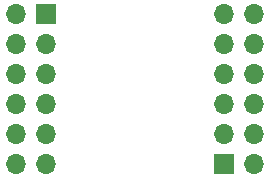
<source format=gbr>
%TF.GenerationSoftware,KiCad,Pcbnew,5.1.9+dfsg1-1~bpo10+1*%
%TF.CreationDate,2022-12-11T19:13:10+01:00*%
%TF.ProjectId,PI2PMODSPI,50493250-4d4f-4445-9350-492e6b696361,rev?*%
%TF.SameCoordinates,Original*%
%TF.FileFunction,Soldermask,Top*%
%TF.FilePolarity,Negative*%
%FSLAX46Y46*%
G04 Gerber Fmt 4.6, Leading zero omitted, Abs format (unit mm)*
G04 Created by KiCad (PCBNEW 5.1.9+dfsg1-1~bpo10+1) date 2022-12-11 19:13:10*
%MOMM*%
%LPD*%
G01*
G04 APERTURE LIST*
%ADD10O,1.700000X1.700000*%
%ADD11R,1.700000X1.700000*%
G04 APERTURE END LIST*
D10*
%TO.C,J2*%
X117540000Y-50000000D03*
X115000000Y-50000000D03*
X117540000Y-52540000D03*
X115000000Y-52540000D03*
X117540000Y-55080000D03*
X115000000Y-55080000D03*
X117540000Y-57620000D03*
X115000000Y-57620000D03*
X117540000Y-60160000D03*
X115000000Y-60160000D03*
X117540000Y-62700000D03*
D11*
X115000000Y-62700000D03*
%TD*%
%TO.C,J1*%
X100000000Y-50000000D03*
D10*
X97460000Y-50000000D03*
X100000000Y-52540000D03*
X97460000Y-52540000D03*
X100000000Y-55080000D03*
X97460000Y-55080000D03*
X100000000Y-57620000D03*
X97460000Y-57620000D03*
X100000000Y-60160000D03*
X97460000Y-60160000D03*
X100000000Y-62700000D03*
X97460000Y-62700000D03*
%TD*%
M02*

</source>
